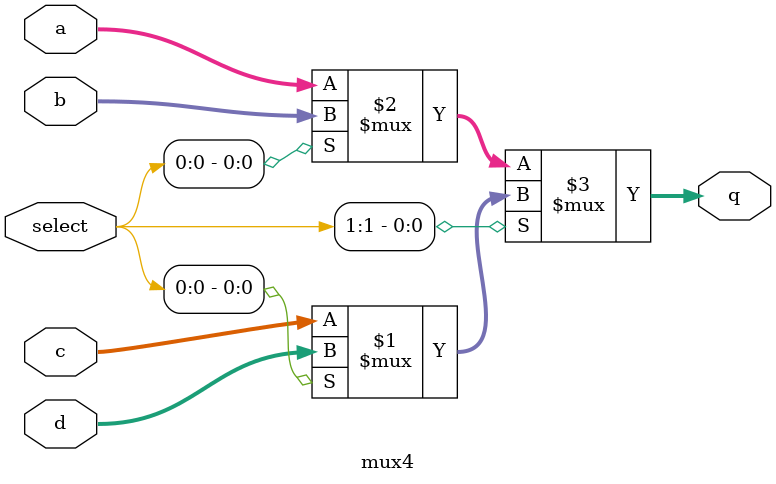
<source format=sv>
module mux4 #(parameter WIDTH = 31)
			   (input logic[WIDTH:0] a,b,c,d,
				 input logic[1:0] select,
				 output logic[WIDTH:0] q);
		
		assign q = select[1] ? (select[0] ? d : c) : (select[0] ? b : a);
endmodule	 

</source>
